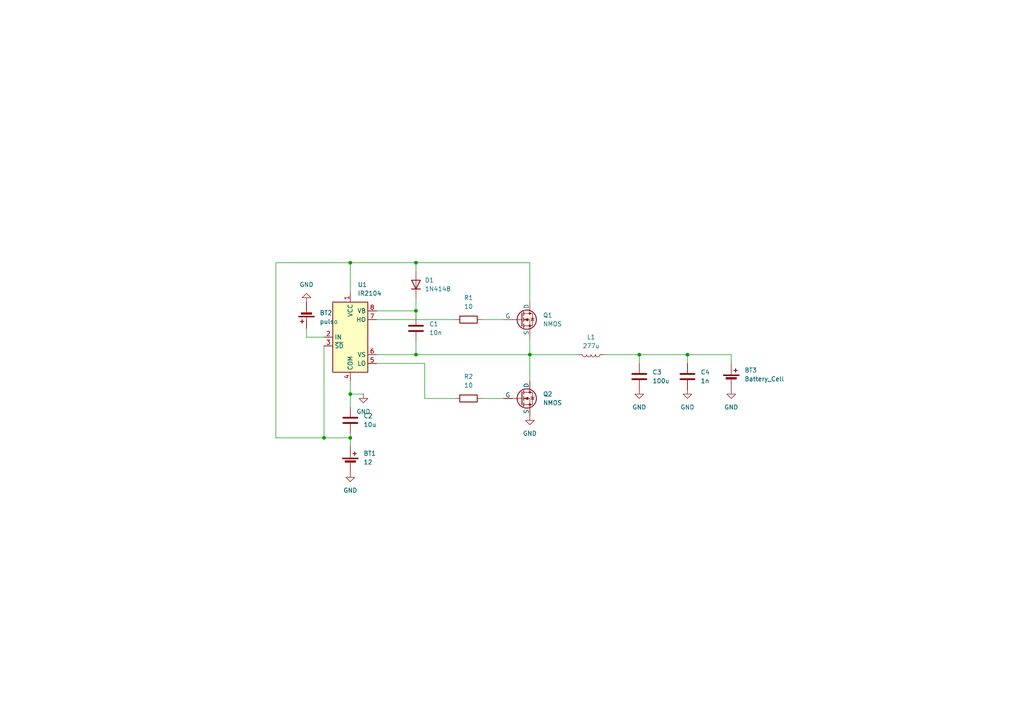
<source format=kicad_sch>
(kicad_sch
	(version 20250114)
	(generator "eeschema")
	(generator_version "9.0")
	(uuid "f87db5ad-ac81-4e1b-abb2-896e6496028a")
	(paper "A4")
	(lib_symbols
		(symbol "Device:Battery_Cell"
			(pin_numbers
				(hide yes)
			)
			(pin_names
				(offset 0)
				(hide yes)
			)
			(exclude_from_sim no)
			(in_bom yes)
			(on_board yes)
			(property "Reference" "BT"
				(at 2.54 2.54 0)
				(effects
					(font
						(size 1.27 1.27)
					)
					(justify left)
				)
			)
			(property "Value" "Battery_Cell"
				(at 2.54 0 0)
				(effects
					(font
						(size 1.27 1.27)
					)
					(justify left)
				)
			)
			(property "Footprint" ""
				(at 0 1.524 90)
				(effects
					(font
						(size 1.27 1.27)
					)
					(hide yes)
				)
			)
			(property "Datasheet" "~"
				(at 0 1.524 90)
				(effects
					(font
						(size 1.27 1.27)
					)
					(hide yes)
				)
			)
			(property "Description" "Single-cell battery"
				(at 0 0 0)
				(effects
					(font
						(size 1.27 1.27)
					)
					(hide yes)
				)
			)
			(property "ki_keywords" "battery cell"
				(at 0 0 0)
				(effects
					(font
						(size 1.27 1.27)
					)
					(hide yes)
				)
			)
			(symbol "Battery_Cell_0_1"
				(rectangle
					(start -2.286 1.778)
					(end 2.286 1.524)
					(stroke
						(width 0)
						(type default)
					)
					(fill
						(type outline)
					)
				)
				(rectangle
					(start -1.524 1.016)
					(end 1.524 0.508)
					(stroke
						(width 0)
						(type default)
					)
					(fill
						(type outline)
					)
				)
				(polyline
					(pts
						(xy 0 1.778) (xy 0 2.54)
					)
					(stroke
						(width 0)
						(type default)
					)
					(fill
						(type none)
					)
				)
				(polyline
					(pts
						(xy 0 0.762) (xy 0 0)
					)
					(stroke
						(width 0)
						(type default)
					)
					(fill
						(type none)
					)
				)
				(polyline
					(pts
						(xy 0.762 3.048) (xy 1.778 3.048)
					)
					(stroke
						(width 0.254)
						(type default)
					)
					(fill
						(type none)
					)
				)
				(polyline
					(pts
						(xy 1.27 3.556) (xy 1.27 2.54)
					)
					(stroke
						(width 0.254)
						(type default)
					)
					(fill
						(type none)
					)
				)
			)
			(symbol "Battery_Cell_1_1"
				(pin passive line
					(at 0 5.08 270)
					(length 2.54)
					(name "+"
						(effects
							(font
								(size 1.27 1.27)
							)
						)
					)
					(number "1"
						(effects
							(font
								(size 1.27 1.27)
							)
						)
					)
				)
				(pin passive line
					(at 0 -2.54 90)
					(length 2.54)
					(name "-"
						(effects
							(font
								(size 1.27 1.27)
							)
						)
					)
					(number "2"
						(effects
							(font
								(size 1.27 1.27)
							)
						)
					)
				)
			)
			(embedded_fonts no)
		)
		(symbol "Device:C"
			(pin_numbers
				(hide yes)
			)
			(pin_names
				(offset 0.254)
			)
			(exclude_from_sim no)
			(in_bom yes)
			(on_board yes)
			(property "Reference" "C"
				(at 0.635 2.54 0)
				(effects
					(font
						(size 1.27 1.27)
					)
					(justify left)
				)
			)
			(property "Value" "C"
				(at 0.635 -2.54 0)
				(effects
					(font
						(size 1.27 1.27)
					)
					(justify left)
				)
			)
			(property "Footprint" ""
				(at 0.9652 -3.81 0)
				(effects
					(font
						(size 1.27 1.27)
					)
					(hide yes)
				)
			)
			(property "Datasheet" "~"
				(at 0 0 0)
				(effects
					(font
						(size 1.27 1.27)
					)
					(hide yes)
				)
			)
			(property "Description" "Unpolarized capacitor"
				(at 0 0 0)
				(effects
					(font
						(size 1.27 1.27)
					)
					(hide yes)
				)
			)
			(property "ki_keywords" "cap capacitor"
				(at 0 0 0)
				(effects
					(font
						(size 1.27 1.27)
					)
					(hide yes)
				)
			)
			(property "ki_fp_filters" "C_*"
				(at 0 0 0)
				(effects
					(font
						(size 1.27 1.27)
					)
					(hide yes)
				)
			)
			(symbol "C_0_1"
				(polyline
					(pts
						(xy -2.032 0.762) (xy 2.032 0.762)
					)
					(stroke
						(width 0.508)
						(type default)
					)
					(fill
						(type none)
					)
				)
				(polyline
					(pts
						(xy -2.032 -0.762) (xy 2.032 -0.762)
					)
					(stroke
						(width 0.508)
						(type default)
					)
					(fill
						(type none)
					)
				)
			)
			(symbol "C_1_1"
				(pin passive line
					(at 0 3.81 270)
					(length 2.794)
					(name "~"
						(effects
							(font
								(size 1.27 1.27)
							)
						)
					)
					(number "1"
						(effects
							(font
								(size 1.27 1.27)
							)
						)
					)
				)
				(pin passive line
					(at 0 -3.81 90)
					(length 2.794)
					(name "~"
						(effects
							(font
								(size 1.27 1.27)
							)
						)
					)
					(number "2"
						(effects
							(font
								(size 1.27 1.27)
							)
						)
					)
				)
			)
			(embedded_fonts no)
		)
		(symbol "Device:L"
			(pin_numbers
				(hide yes)
			)
			(pin_names
				(offset 1.016)
				(hide yes)
			)
			(exclude_from_sim no)
			(in_bom yes)
			(on_board yes)
			(property "Reference" "L"
				(at -1.27 0 90)
				(effects
					(font
						(size 1.27 1.27)
					)
				)
			)
			(property "Value" "L"
				(at 1.905 0 90)
				(effects
					(font
						(size 1.27 1.27)
					)
				)
			)
			(property "Footprint" ""
				(at 0 0 0)
				(effects
					(font
						(size 1.27 1.27)
					)
					(hide yes)
				)
			)
			(property "Datasheet" "~"
				(at 0 0 0)
				(effects
					(font
						(size 1.27 1.27)
					)
					(hide yes)
				)
			)
			(property "Description" "Inductor"
				(at 0 0 0)
				(effects
					(font
						(size 1.27 1.27)
					)
					(hide yes)
				)
			)
			(property "ki_keywords" "inductor choke coil reactor magnetic"
				(at 0 0 0)
				(effects
					(font
						(size 1.27 1.27)
					)
					(hide yes)
				)
			)
			(property "ki_fp_filters" "Choke_* *Coil* Inductor_* L_*"
				(at 0 0 0)
				(effects
					(font
						(size 1.27 1.27)
					)
					(hide yes)
				)
			)
			(symbol "L_0_1"
				(arc
					(start 0 2.54)
					(mid 0.6323 1.905)
					(end 0 1.27)
					(stroke
						(width 0)
						(type default)
					)
					(fill
						(type none)
					)
				)
				(arc
					(start 0 1.27)
					(mid 0.6323 0.635)
					(end 0 0)
					(stroke
						(width 0)
						(type default)
					)
					(fill
						(type none)
					)
				)
				(arc
					(start 0 0)
					(mid 0.6323 -0.635)
					(end 0 -1.27)
					(stroke
						(width 0)
						(type default)
					)
					(fill
						(type none)
					)
				)
				(arc
					(start 0 -1.27)
					(mid 0.6323 -1.905)
					(end 0 -2.54)
					(stroke
						(width 0)
						(type default)
					)
					(fill
						(type none)
					)
				)
			)
			(symbol "L_1_1"
				(pin passive line
					(at 0 3.81 270)
					(length 1.27)
					(name "1"
						(effects
							(font
								(size 1.27 1.27)
							)
						)
					)
					(number "1"
						(effects
							(font
								(size 1.27 1.27)
							)
						)
					)
				)
				(pin passive line
					(at 0 -3.81 90)
					(length 1.27)
					(name "2"
						(effects
							(font
								(size 1.27 1.27)
							)
						)
					)
					(number "2"
						(effects
							(font
								(size 1.27 1.27)
							)
						)
					)
				)
			)
			(embedded_fonts no)
		)
		(symbol "Device:R"
			(pin_numbers
				(hide yes)
			)
			(pin_names
				(offset 0)
			)
			(exclude_from_sim no)
			(in_bom yes)
			(on_board yes)
			(property "Reference" "R"
				(at 2.032 0 90)
				(effects
					(font
						(size 1.27 1.27)
					)
				)
			)
			(property "Value" "R"
				(at 0 0 90)
				(effects
					(font
						(size 1.27 1.27)
					)
				)
			)
			(property "Footprint" ""
				(at -1.778 0 90)
				(effects
					(font
						(size 1.27 1.27)
					)
					(hide yes)
				)
			)
			(property "Datasheet" "~"
				(at 0 0 0)
				(effects
					(font
						(size 1.27 1.27)
					)
					(hide yes)
				)
			)
			(property "Description" "Resistor"
				(at 0 0 0)
				(effects
					(font
						(size 1.27 1.27)
					)
					(hide yes)
				)
			)
			(property "ki_keywords" "R res resistor"
				(at 0 0 0)
				(effects
					(font
						(size 1.27 1.27)
					)
					(hide yes)
				)
			)
			(property "ki_fp_filters" "R_*"
				(at 0 0 0)
				(effects
					(font
						(size 1.27 1.27)
					)
					(hide yes)
				)
			)
			(symbol "R_0_1"
				(rectangle
					(start -1.016 -2.54)
					(end 1.016 2.54)
					(stroke
						(width 0.254)
						(type default)
					)
					(fill
						(type none)
					)
				)
			)
			(symbol "R_1_1"
				(pin passive line
					(at 0 3.81 270)
					(length 1.27)
					(name "~"
						(effects
							(font
								(size 1.27 1.27)
							)
						)
					)
					(number "1"
						(effects
							(font
								(size 1.27 1.27)
							)
						)
					)
				)
				(pin passive line
					(at 0 -3.81 90)
					(length 1.27)
					(name "~"
						(effects
							(font
								(size 1.27 1.27)
							)
						)
					)
					(number "2"
						(effects
							(font
								(size 1.27 1.27)
							)
						)
					)
				)
			)
			(embedded_fonts no)
		)
		(symbol "Diode:1N4148"
			(pin_numbers
				(hide yes)
			)
			(pin_names
				(hide yes)
			)
			(exclude_from_sim no)
			(in_bom yes)
			(on_board yes)
			(property "Reference" "D"
				(at 0 2.54 0)
				(effects
					(font
						(size 1.27 1.27)
					)
				)
			)
			(property "Value" "1N4148"
				(at 0 -2.54 0)
				(effects
					(font
						(size 1.27 1.27)
					)
				)
			)
			(property "Footprint" "Diode_THT:D_DO-35_SOD27_P7.62mm_Horizontal"
				(at 0 0 0)
				(effects
					(font
						(size 1.27 1.27)
					)
					(hide yes)
				)
			)
			(property "Datasheet" "https://assets.nexperia.com/documents/data-sheet/1N4148_1N4448.pdf"
				(at 0 0 0)
				(effects
					(font
						(size 1.27 1.27)
					)
					(hide yes)
				)
			)
			(property "Description" "100V 0.15A standard switching diode, DO-35"
				(at 0 0 0)
				(effects
					(font
						(size 1.27 1.27)
					)
					(hide yes)
				)
			)
			(property "Sim.Device" "D"
				(at 0 0 0)
				(effects
					(font
						(size 1.27 1.27)
					)
					(hide yes)
				)
			)
			(property "Sim.Pins" "1=K 2=A"
				(at 0 0 0)
				(effects
					(font
						(size 1.27 1.27)
					)
					(hide yes)
				)
			)
			(property "ki_keywords" "diode"
				(at 0 0 0)
				(effects
					(font
						(size 1.27 1.27)
					)
					(hide yes)
				)
			)
			(property "ki_fp_filters" "D*DO?35*"
				(at 0 0 0)
				(effects
					(font
						(size 1.27 1.27)
					)
					(hide yes)
				)
			)
			(symbol "1N4148_0_1"
				(polyline
					(pts
						(xy -1.27 1.27) (xy -1.27 -1.27)
					)
					(stroke
						(width 0.254)
						(type default)
					)
					(fill
						(type none)
					)
				)
				(polyline
					(pts
						(xy 1.27 1.27) (xy 1.27 -1.27) (xy -1.27 0) (xy 1.27 1.27)
					)
					(stroke
						(width 0.254)
						(type default)
					)
					(fill
						(type none)
					)
				)
				(polyline
					(pts
						(xy 1.27 0) (xy -1.27 0)
					)
					(stroke
						(width 0)
						(type default)
					)
					(fill
						(type none)
					)
				)
			)
			(symbol "1N4148_1_1"
				(pin passive line
					(at -3.81 0 0)
					(length 2.54)
					(name "K"
						(effects
							(font
								(size 1.27 1.27)
							)
						)
					)
					(number "1"
						(effects
							(font
								(size 1.27 1.27)
							)
						)
					)
				)
				(pin passive line
					(at 3.81 0 180)
					(length 2.54)
					(name "A"
						(effects
							(font
								(size 1.27 1.27)
							)
						)
					)
					(number "2"
						(effects
							(font
								(size 1.27 1.27)
							)
						)
					)
				)
			)
			(embedded_fonts no)
		)
		(symbol "Driver_FET:IR2104"
			(exclude_from_sim no)
			(in_bom yes)
			(on_board yes)
			(property "Reference" "U"
				(at 1.27 13.335 0)
				(effects
					(font
						(size 1.27 1.27)
					)
					(justify left)
				)
			)
			(property "Value" "IR2104"
				(at 1.27 11.43 0)
				(effects
					(font
						(size 1.27 1.27)
					)
					(justify left)
				)
			)
			(property "Footprint" ""
				(at 0 0 0)
				(effects
					(font
						(size 1.27 1.27)
						(italic yes)
					)
					(hide yes)
				)
			)
			(property "Datasheet" "https://www.infineon.com/dgdl/ir2104.pdf?fileId=5546d462533600a4015355c7c1c31671"
				(at 0 0 0)
				(effects
					(font
						(size 1.27 1.27)
					)
					(hide yes)
				)
			)
			(property "Description" "Half-Bridge Driver, 600V, 210/360mA, PDIP-8/SOIC-8"
				(at 0 0 0)
				(effects
					(font
						(size 1.27 1.27)
					)
					(hide yes)
				)
			)
			(property "ki_keywords" "Gate Driver"
				(at 0 0 0)
				(effects
					(font
						(size 1.27 1.27)
					)
					(hide yes)
				)
			)
			(property "ki_fp_filters" "SOIC*3.9x4.9mm*P1.27mm* DIP*W7.62mm*"
				(at 0 0 0)
				(effects
					(font
						(size 1.27 1.27)
					)
					(hide yes)
				)
			)
			(symbol "IR2104_0_1"
				(rectangle
					(start -5.08 -10.16)
					(end 5.08 10.16)
					(stroke
						(width 0.254)
						(type default)
					)
					(fill
						(type background)
					)
				)
			)
			(symbol "IR2104_1_1"
				(pin input line
					(at -7.62 0 0)
					(length 2.54)
					(name "IN"
						(effects
							(font
								(size 1.27 1.27)
							)
						)
					)
					(number "2"
						(effects
							(font
								(size 1.27 1.27)
							)
						)
					)
				)
				(pin input line
					(at -7.62 -2.54 0)
					(length 2.54)
					(name "~{SD}"
						(effects
							(font
								(size 1.27 1.27)
							)
						)
					)
					(number "3"
						(effects
							(font
								(size 1.27 1.27)
							)
						)
					)
				)
				(pin power_in line
					(at 0 12.7 270)
					(length 2.54)
					(name "VCC"
						(effects
							(font
								(size 1.27 1.27)
							)
						)
					)
					(number "1"
						(effects
							(font
								(size 1.27 1.27)
							)
						)
					)
				)
				(pin power_in line
					(at 0 -12.7 90)
					(length 2.54)
					(name "COM"
						(effects
							(font
								(size 1.27 1.27)
							)
						)
					)
					(number "4"
						(effects
							(font
								(size 1.27 1.27)
							)
						)
					)
				)
				(pin passive line
					(at 7.62 7.62 180)
					(length 2.54)
					(name "VB"
						(effects
							(font
								(size 1.27 1.27)
							)
						)
					)
					(number "8"
						(effects
							(font
								(size 1.27 1.27)
							)
						)
					)
				)
				(pin output line
					(at 7.62 5.08 180)
					(length 2.54)
					(name "HO"
						(effects
							(font
								(size 1.27 1.27)
							)
						)
					)
					(number "7"
						(effects
							(font
								(size 1.27 1.27)
							)
						)
					)
				)
				(pin passive line
					(at 7.62 -5.08 180)
					(length 2.54)
					(name "VS"
						(effects
							(font
								(size 1.27 1.27)
							)
						)
					)
					(number "6"
						(effects
							(font
								(size 1.27 1.27)
							)
						)
					)
				)
				(pin output line
					(at 7.62 -7.62 180)
					(length 2.54)
					(name "LO"
						(effects
							(font
								(size 1.27 1.27)
							)
						)
					)
					(number "5"
						(effects
							(font
								(size 1.27 1.27)
							)
						)
					)
				)
			)
			(embedded_fonts no)
		)
		(symbol "Simulation_SPICE:NMOS"
			(pin_numbers
				(hide yes)
			)
			(pin_names
				(offset 0)
			)
			(exclude_from_sim no)
			(in_bom yes)
			(on_board yes)
			(property "Reference" "Q"
				(at 5.08 1.27 0)
				(effects
					(font
						(size 1.27 1.27)
					)
					(justify left)
				)
			)
			(property "Value" "NMOS"
				(at 5.08 -1.27 0)
				(effects
					(font
						(size 1.27 1.27)
					)
					(justify left)
				)
			)
			(property "Footprint" ""
				(at 5.08 2.54 0)
				(effects
					(font
						(size 1.27 1.27)
					)
					(hide yes)
				)
			)
			(property "Datasheet" "https://ngspice.sourceforge.io/docs/ngspice-html-manual/manual.xhtml#cha_MOSFETs"
				(at 0 -12.7 0)
				(effects
					(font
						(size 1.27 1.27)
					)
					(hide yes)
				)
			)
			(property "Description" "N-MOSFET transistor, drain/source/gate"
				(at 0 0 0)
				(effects
					(font
						(size 1.27 1.27)
					)
					(hide yes)
				)
			)
			(property "Sim.Device" "NMOS"
				(at 0 -17.145 0)
				(effects
					(font
						(size 1.27 1.27)
					)
					(hide yes)
				)
			)
			(property "Sim.Type" "VDMOS"
				(at 0 -19.05 0)
				(effects
					(font
						(size 1.27 1.27)
					)
					(hide yes)
				)
			)
			(property "Sim.Pins" "1=D 2=G 3=S"
				(at 0 -15.24 0)
				(effects
					(font
						(size 1.27 1.27)
					)
					(hide yes)
				)
			)
			(property "ki_keywords" "transistor NMOS N-MOS N-MOSFET simulation"
				(at 0 0 0)
				(effects
					(font
						(size 1.27 1.27)
					)
					(hide yes)
				)
			)
			(symbol "NMOS_0_1"
				(polyline
					(pts
						(xy 0.254 1.905) (xy 0.254 -1.905)
					)
					(stroke
						(width 0.254)
						(type default)
					)
					(fill
						(type none)
					)
				)
				(polyline
					(pts
						(xy 0.254 0) (xy -2.54 0)
					)
					(stroke
						(width 0)
						(type default)
					)
					(fill
						(type none)
					)
				)
				(polyline
					(pts
						(xy 0.762 2.286) (xy 0.762 1.27)
					)
					(stroke
						(width 0.254)
						(type default)
					)
					(fill
						(type none)
					)
				)
				(polyline
					(pts
						(xy 0.762 0.508) (xy 0.762 -0.508)
					)
					(stroke
						(width 0.254)
						(type default)
					)
					(fill
						(type none)
					)
				)
				(polyline
					(pts
						(xy 0.762 -1.27) (xy 0.762 -2.286)
					)
					(stroke
						(width 0.254)
						(type default)
					)
					(fill
						(type none)
					)
				)
				(polyline
					(pts
						(xy 0.762 -1.778) (xy 3.302 -1.778) (xy 3.302 1.778) (xy 0.762 1.778)
					)
					(stroke
						(width 0)
						(type default)
					)
					(fill
						(type none)
					)
				)
				(polyline
					(pts
						(xy 1.016 0) (xy 2.032 0.381) (xy 2.032 -0.381) (xy 1.016 0)
					)
					(stroke
						(width 0)
						(type default)
					)
					(fill
						(type outline)
					)
				)
				(circle
					(center 1.651 0)
					(radius 2.794)
					(stroke
						(width 0.254)
						(type default)
					)
					(fill
						(type none)
					)
				)
				(polyline
					(pts
						(xy 2.54 2.54) (xy 2.54 1.778)
					)
					(stroke
						(width 0)
						(type default)
					)
					(fill
						(type none)
					)
				)
				(circle
					(center 2.54 1.778)
					(radius 0.254)
					(stroke
						(width 0)
						(type default)
					)
					(fill
						(type outline)
					)
				)
				(circle
					(center 2.54 -1.778)
					(radius 0.254)
					(stroke
						(width 0)
						(type default)
					)
					(fill
						(type outline)
					)
				)
				(polyline
					(pts
						(xy 2.54 -2.54) (xy 2.54 0) (xy 0.762 0)
					)
					(stroke
						(width 0)
						(type default)
					)
					(fill
						(type none)
					)
				)
				(polyline
					(pts
						(xy 2.794 0.508) (xy 2.921 0.381) (xy 3.683 0.381) (xy 3.81 0.254)
					)
					(stroke
						(width 0)
						(type default)
					)
					(fill
						(type none)
					)
				)
				(polyline
					(pts
						(xy 3.302 0.381) (xy 2.921 -0.254) (xy 3.683 -0.254) (xy 3.302 0.381)
					)
					(stroke
						(width 0)
						(type default)
					)
					(fill
						(type none)
					)
				)
			)
			(symbol "NMOS_1_1"
				(pin input line
					(at -5.08 0 0)
					(length 2.54)
					(name "G"
						(effects
							(font
								(size 1.27 1.27)
							)
						)
					)
					(number "2"
						(effects
							(font
								(size 1.27 1.27)
							)
						)
					)
				)
				(pin passive line
					(at 2.54 5.08 270)
					(length 2.54)
					(name "D"
						(effects
							(font
								(size 1.27 1.27)
							)
						)
					)
					(number "1"
						(effects
							(font
								(size 1.27 1.27)
							)
						)
					)
				)
				(pin passive line
					(at 2.54 -5.08 90)
					(length 2.54)
					(name "S"
						(effects
							(font
								(size 1.27 1.27)
							)
						)
					)
					(number "3"
						(effects
							(font
								(size 1.27 1.27)
							)
						)
					)
				)
			)
			(embedded_fonts no)
		)
		(symbol "power:GND"
			(power)
			(pin_numbers
				(hide yes)
			)
			(pin_names
				(offset 0)
				(hide yes)
			)
			(exclude_from_sim no)
			(in_bom yes)
			(on_board yes)
			(property "Reference" "#PWR"
				(at 0 -6.35 0)
				(effects
					(font
						(size 1.27 1.27)
					)
					(hide yes)
				)
			)
			(property "Value" "GND"
				(at 0 -3.81 0)
				(effects
					(font
						(size 1.27 1.27)
					)
				)
			)
			(property "Footprint" ""
				(at 0 0 0)
				(effects
					(font
						(size 1.27 1.27)
					)
					(hide yes)
				)
			)
			(property "Datasheet" ""
				(at 0 0 0)
				(effects
					(font
						(size 1.27 1.27)
					)
					(hide yes)
				)
			)
			(property "Description" "Power symbol creates a global label with name \"GND\" , ground"
				(at 0 0 0)
				(effects
					(font
						(size 1.27 1.27)
					)
					(hide yes)
				)
			)
			(property "ki_keywords" "global power"
				(at 0 0 0)
				(effects
					(font
						(size 1.27 1.27)
					)
					(hide yes)
				)
			)
			(symbol "GND_0_1"
				(polyline
					(pts
						(xy 0 0) (xy 0 -1.27) (xy 1.27 -1.27) (xy 0 -2.54) (xy -1.27 -1.27) (xy 0 -1.27)
					)
					(stroke
						(width 0)
						(type default)
					)
					(fill
						(type none)
					)
				)
			)
			(symbol "GND_1_1"
				(pin power_in line
					(at 0 0 270)
					(length 0)
					(name "~"
						(effects
							(font
								(size 1.27 1.27)
							)
						)
					)
					(number "1"
						(effects
							(font
								(size 1.27 1.27)
							)
						)
					)
				)
			)
			(embedded_fonts no)
		)
	)
	(junction
		(at 199.39 102.87)
		(diameter 0)
		(color 0 0 0 0)
		(uuid "62a2a18e-0661-4ee9-9362-6e96d6cb515c")
	)
	(junction
		(at 101.6 127)
		(diameter 0)
		(color 0 0 0 0)
		(uuid "78b8c315-e1aa-4e14-a16c-ed8a762a8772")
	)
	(junction
		(at 120.65 90.17)
		(diameter 0)
		(color 0 0 0 0)
		(uuid "7b96dd29-b4e7-439e-a072-9b27592d3590")
	)
	(junction
		(at 101.6 114.3)
		(diameter 0)
		(color 0 0 0 0)
		(uuid "83f344ea-0545-432b-83de-a7a93df1e207")
	)
	(junction
		(at 93.98 127)
		(diameter 0)
		(color 0 0 0 0)
		(uuid "8b07437d-5589-433e-8820-9b36181fbc34")
	)
	(junction
		(at 120.65 102.87)
		(diameter 0)
		(color 0 0 0 0)
		(uuid "93af110a-7407-4cc6-9664-443f6dd10b64")
	)
	(junction
		(at 120.65 76.2)
		(diameter 0)
		(color 0 0 0 0)
		(uuid "94a0049b-bda0-408a-9179-730f26947880")
	)
	(junction
		(at 153.67 102.87)
		(diameter 0)
		(color 0 0 0 0)
		(uuid "bb5f8131-970a-49bd-8478-fdebbc3bfb39")
	)
	(junction
		(at 185.42 102.87)
		(diameter 0)
		(color 0 0 0 0)
		(uuid "d06a3d29-0080-4baa-9f59-17047a100565")
	)
	(junction
		(at 101.6 76.2)
		(diameter 0)
		(color 0 0 0 0)
		(uuid "d38bf0bc-7f0c-4f3c-ae81-4ea1889d04b0")
	)
	(wire
		(pts
			(xy 101.6 110.49) (xy 101.6 114.3)
		)
		(stroke
			(width 0)
			(type default)
		)
		(uuid "04986154-8908-49a2-ac52-a709c8e8d9fc")
	)
	(wire
		(pts
			(xy 101.6 129.54) (xy 101.6 127)
		)
		(stroke
			(width 0)
			(type default)
		)
		(uuid "0944f9d6-0b8c-4ef4-a007-57c8db68b706")
	)
	(wire
		(pts
			(xy 185.42 102.87) (xy 185.42 105.41)
		)
		(stroke
			(width 0)
			(type default)
		)
		(uuid "0ac20853-8bfe-4a26-bb22-cedc6c59fe35")
	)
	(wire
		(pts
			(xy 185.42 102.87) (xy 199.39 102.87)
		)
		(stroke
			(width 0)
			(type default)
		)
		(uuid "0eb7492a-7168-4ef0-8cc6-60ee16369e55")
	)
	(wire
		(pts
			(xy 109.22 92.71) (xy 132.08 92.71)
		)
		(stroke
			(width 0)
			(type default)
		)
		(uuid "11a3a0ec-22ea-4421-9b3e-2acbe9983d18")
	)
	(wire
		(pts
			(xy 153.67 102.87) (xy 153.67 110.49)
		)
		(stroke
			(width 0)
			(type default)
		)
		(uuid "24c26630-315c-47cc-9ead-42b2ec9174b7")
	)
	(wire
		(pts
			(xy 153.67 97.79) (xy 153.67 102.87)
		)
		(stroke
			(width 0)
			(type default)
		)
		(uuid "321549fb-8d41-4800-b0dc-bc3121eb7147")
	)
	(wire
		(pts
			(xy 120.65 90.17) (xy 120.65 91.44)
		)
		(stroke
			(width 0)
			(type default)
		)
		(uuid "378f58a2-25ce-48e3-9dff-e5f09fa4f7a0")
	)
	(wire
		(pts
			(xy 153.67 102.87) (xy 167.64 102.87)
		)
		(stroke
			(width 0)
			(type default)
		)
		(uuid "514dfd23-a36a-424e-93d8-367797496454")
	)
	(wire
		(pts
			(xy 101.6 114.3) (xy 105.41 114.3)
		)
		(stroke
			(width 0)
			(type default)
		)
		(uuid "5734c515-5213-4168-9e1b-21f8ee406892")
	)
	(wire
		(pts
			(xy 93.98 127) (xy 80.01 127)
		)
		(stroke
			(width 0)
			(type default)
		)
		(uuid "5cb15391-24c9-428f-a29c-9fcab6814a30")
	)
	(wire
		(pts
			(xy 101.6 76.2) (xy 120.65 76.2)
		)
		(stroke
			(width 0)
			(type default)
		)
		(uuid "5d54cf1d-4a63-4f2a-a5ef-2b02174d1a43")
	)
	(wire
		(pts
			(xy 120.65 99.06) (xy 120.65 102.87)
		)
		(stroke
			(width 0)
			(type default)
		)
		(uuid "626a70dc-beb3-4e9f-9b9a-1ec992ec812a")
	)
	(wire
		(pts
			(xy 123.19 115.57) (xy 132.08 115.57)
		)
		(stroke
			(width 0)
			(type default)
		)
		(uuid "6f291d2e-58f0-45b9-8b1a-4b56c350967f")
	)
	(wire
		(pts
			(xy 101.6 127) (xy 93.98 127)
		)
		(stroke
			(width 0)
			(type default)
		)
		(uuid "77819cfe-2e0f-4c3e-8d95-d35e2609cc29")
	)
	(wire
		(pts
			(xy 101.6 76.2) (xy 101.6 85.09)
		)
		(stroke
			(width 0)
			(type default)
		)
		(uuid "7b2d0bef-e946-4cee-b5b0-059dd3b9317d")
	)
	(wire
		(pts
			(xy 120.65 102.87) (xy 153.67 102.87)
		)
		(stroke
			(width 0)
			(type default)
		)
		(uuid "7fdd9957-dd68-4b62-b213-78ce833474cd")
	)
	(wire
		(pts
			(xy 199.39 102.87) (xy 199.39 105.41)
		)
		(stroke
			(width 0)
			(type default)
		)
		(uuid "80a3d55f-2ac8-45ae-b27d-ac7e87bcb17e")
	)
	(wire
		(pts
			(xy 109.22 105.41) (xy 123.19 105.41)
		)
		(stroke
			(width 0)
			(type default)
		)
		(uuid "84c8dbd8-5722-4b74-9480-b077c5cffa16")
	)
	(wire
		(pts
			(xy 120.65 86.36) (xy 120.65 90.17)
		)
		(stroke
			(width 0)
			(type default)
		)
		(uuid "8928faa1-53b4-4371-a4f6-facd192d2fe9")
	)
	(wire
		(pts
			(xy 120.65 76.2) (xy 153.67 76.2)
		)
		(stroke
			(width 0)
			(type default)
		)
		(uuid "8e015156-0d95-42e9-9109-1b550e9bf568")
	)
	(wire
		(pts
			(xy 80.01 76.2) (xy 101.6 76.2)
		)
		(stroke
			(width 0)
			(type default)
		)
		(uuid "8fb62718-78c0-499d-ab67-7081748a4195")
	)
	(wire
		(pts
			(xy 212.09 102.87) (xy 212.09 105.41)
		)
		(stroke
			(width 0)
			(type default)
		)
		(uuid "9091b02e-a2d2-4a7a-b2f3-8cce3290dee4")
	)
	(wire
		(pts
			(xy 101.6 114.3) (xy 101.6 118.11)
		)
		(stroke
			(width 0)
			(type default)
		)
		(uuid "92246947-f466-4b4d-90ef-4b8dccae9e28")
	)
	(wire
		(pts
			(xy 120.65 102.87) (xy 109.22 102.87)
		)
		(stroke
			(width 0)
			(type default)
		)
		(uuid "9552ff06-7825-42b6-9153-651a1057ea5d")
	)
	(wire
		(pts
			(xy 88.9 95.25) (xy 88.9 97.79)
		)
		(stroke
			(width 0)
			(type default)
		)
		(uuid "9578393e-6bc6-4109-81bf-3502277b310e")
	)
	(wire
		(pts
			(xy 175.26 102.87) (xy 185.42 102.87)
		)
		(stroke
			(width 0)
			(type default)
		)
		(uuid "a749b2c3-9b59-4151-898c-82cd1749dc0b")
	)
	(wire
		(pts
			(xy 80.01 127) (xy 80.01 76.2)
		)
		(stroke
			(width 0)
			(type default)
		)
		(uuid "a8c24876-5998-4b5b-ae19-47dee726ff8f")
	)
	(wire
		(pts
			(xy 199.39 102.87) (xy 212.09 102.87)
		)
		(stroke
			(width 0)
			(type default)
		)
		(uuid "aa227839-977d-426b-9a80-306074b21ffa")
	)
	(wire
		(pts
			(xy 120.65 76.2) (xy 120.65 78.74)
		)
		(stroke
			(width 0)
			(type default)
		)
		(uuid "ab882dec-710e-4078-ab07-0361817caaa2")
	)
	(wire
		(pts
			(xy 123.19 105.41) (xy 123.19 115.57)
		)
		(stroke
			(width 0)
			(type default)
		)
		(uuid "bbeece37-244b-4d84-8fff-04aaf055ddfe")
	)
	(wire
		(pts
			(xy 139.7 92.71) (xy 146.05 92.71)
		)
		(stroke
			(width 0)
			(type default)
		)
		(uuid "bc41fa95-5435-4a5e-9d0a-ab8942ba4b8f")
	)
	(wire
		(pts
			(xy 93.98 100.33) (xy 93.98 127)
		)
		(stroke
			(width 0)
			(type default)
		)
		(uuid "c10433d4-c2a3-4958-a9a1-4b4f67acd957")
	)
	(wire
		(pts
			(xy 139.7 115.57) (xy 146.05 115.57)
		)
		(stroke
			(width 0)
			(type default)
		)
		(uuid "d90c74f4-3252-4b8f-bf38-e42f8d7727dc")
	)
	(wire
		(pts
			(xy 109.22 90.17) (xy 120.65 90.17)
		)
		(stroke
			(width 0)
			(type default)
		)
		(uuid "f430e78e-1a67-43e6-8ed0-0746d319c949")
	)
	(wire
		(pts
			(xy 153.67 76.2) (xy 153.67 87.63)
		)
		(stroke
			(width 0)
			(type default)
		)
		(uuid "f6ddc08e-c8b6-4083-8dea-0b65506e647d")
	)
	(wire
		(pts
			(xy 93.98 97.79) (xy 88.9 97.79)
		)
		(stroke
			(width 0)
			(type default)
		)
		(uuid "f91bf885-48c3-430e-bb35-eab59f6352f2")
	)
	(wire
		(pts
			(xy 101.6 127) (xy 101.6 125.73)
		)
		(stroke
			(width 0)
			(type default)
		)
		(uuid "fefd3a7a-ca40-4a04-9996-6212116f15a6")
	)
	(symbol
		(lib_id "Device:C")
		(at 185.42 109.22 0)
		(unit 1)
		(exclude_from_sim no)
		(in_bom yes)
		(on_board yes)
		(dnp no)
		(fields_autoplaced yes)
		(uuid "0151009c-c108-42cb-b8ef-4a1466663838")
		(property "Reference" "C3"
			(at 189.23 107.9499 0)
			(effects
				(font
					(size 1.27 1.27)
				)
				(justify left)
			)
		)
		(property "Value" "100u"
			(at 189.23 110.4899 0)
			(effects
				(font
					(size 1.27 1.27)
				)
				(justify left)
			)
		)
		(property "Footprint" "Capacitor_THT:C_Disc_D4.3mm_W1.9mm_P5.00mm"
			(at 186.3852 113.03 0)
			(effects
				(font
					(size 1.27 1.27)
				)
				(hide yes)
			)
		)
		(property "Datasheet" "~"
			(at 185.42 109.22 0)
			(effects
				(font
					(size 1.27 1.27)
				)
				(hide yes)
			)
		)
		(property "Description" "Unpolarized capacitor"
			(at 185.42 109.22 0)
			(effects
				(font
					(size 1.27 1.27)
				)
				(hide yes)
			)
		)
		(pin "1"
			(uuid "bb6cbc93-924c-4f27-9f80-c0f2622f8f9d")
		)
		(pin "2"
			(uuid "3eb73e9d-09e3-44c4-9be9-6afa9ba8b1a4")
		)
		(instances
			(project ""
				(path "/f87db5ad-ac81-4e1b-abb2-896e6496028a"
					(reference "C3")
					(unit 1)
				)
			)
		)
	)
	(symbol
		(lib_id "Device:R")
		(at 135.89 115.57 90)
		(unit 1)
		(exclude_from_sim no)
		(in_bom yes)
		(on_board yes)
		(dnp no)
		(fields_autoplaced yes)
		(uuid "12bc4247-40fd-40ff-88b1-c097d3380543")
		(property "Reference" "R2"
			(at 135.89 109.22 90)
			(effects
				(font
					(size 1.27 1.27)
				)
			)
		)
		(property "Value" "10"
			(at 135.89 111.76 90)
			(effects
				(font
					(size 1.27 1.27)
				)
			)
		)
		(property "Footprint" "Resistor_THT:R_Axial_DIN0207_L6.3mm_D2.5mm_P7.62mm_Horizontal"
			(at 135.89 117.348 90)
			(effects
				(font
					(size 1.27 1.27)
				)
				(hide yes)
			)
		)
		(property "Datasheet" "~"
			(at 135.89 115.57 0)
			(effects
				(font
					(size 1.27 1.27)
				)
				(hide yes)
			)
		)
		(property "Description" "Resistor"
			(at 135.89 115.57 0)
			(effects
				(font
					(size 1.27 1.27)
				)
				(hide yes)
			)
		)
		(pin "1"
			(uuid "6f27241f-d82e-4354-9bfd-ac37a91998c7")
		)
		(pin "2"
			(uuid "02ab5f74-b812-4546-8811-0ff33f6bb7aa")
		)
		(instances
			(project ""
				(path "/f87db5ad-ac81-4e1b-abb2-896e6496028a"
					(reference "R2")
					(unit 1)
				)
			)
		)
	)
	(symbol
		(lib_id "Driver_FET:IR2104")
		(at 101.6 97.79 0)
		(unit 1)
		(exclude_from_sim no)
		(in_bom yes)
		(on_board yes)
		(dnp no)
		(fields_autoplaced yes)
		(uuid "21279e08-a7de-4f36-99bd-442a4eeab001")
		(property "Reference" "U1"
			(at 103.7433 82.55 0)
			(effects
				(font
					(size 1.27 1.27)
				)
				(justify left)
			)
		)
		(property "Value" "IR2104"
			(at 103.7433 85.09 0)
			(effects
				(font
					(size 1.27 1.27)
				)
				(justify left)
			)
		)
		(property "Footprint" "Package_DIP:DIP-8_W7.62mm"
			(at 101.6 97.79 0)
			(effects
				(font
					(size 1.27 1.27)
					(italic yes)
				)
				(hide yes)
			)
		)
		(property "Datasheet" "https://www.infineon.com/dgdl/ir2104.pdf?fileId=5546d462533600a4015355c7c1c31671"
			(at 101.6 97.79 0)
			(effects
				(font
					(size 1.27 1.27)
				)
				(hide yes)
			)
		)
		(property "Description" "Half-Bridge Driver, 600V, 210/360mA, PDIP-8/SOIC-8"
			(at 101.6 97.79 0)
			(effects
				(font
					(size 1.27 1.27)
				)
				(hide yes)
			)
		)
		(pin "2"
			(uuid "2d4afbd7-6aa6-49af-9122-528ada9ef953")
		)
		(pin "3"
			(uuid "38a277ba-954a-48a1-b749-411f9e7ed294")
		)
		(pin "1"
			(uuid "0018076e-93be-4a8c-88d1-0f773c67c982")
		)
		(pin "4"
			(uuid "48940be8-2f31-4fc4-9b83-7d3a8edf5228")
		)
		(pin "8"
			(uuid "9f174bc8-a972-416c-ac71-120120f295fa")
		)
		(pin "7"
			(uuid "35ab9b59-f6fb-4411-a5b6-c1c49c1ccc78")
		)
		(pin "5"
			(uuid "21388a6e-ba40-488a-a724-dda772fe0bf8")
		)
		(pin "6"
			(uuid "48b4b581-2e2d-4b64-b1d5-f8d287b8d7b9")
		)
		(instances
			(project ""
				(path "/f87db5ad-ac81-4e1b-abb2-896e6496028a"
					(reference "U1")
					(unit 1)
				)
			)
		)
	)
	(symbol
		(lib_id "Device:Battery_Cell")
		(at 88.9 90.17 180)
		(unit 1)
		(exclude_from_sim no)
		(in_bom yes)
		(on_board yes)
		(dnp no)
		(fields_autoplaced yes)
		(uuid "32dee8a9-41b6-43fe-ab5c-ef80eff80985")
		(property "Reference" "BT2"
			(at 92.71 90.7414 0)
			(effects
				(font
					(size 1.27 1.27)
				)
				(justify right)
			)
		)
		(property "Value" "pulso"
			(at 92.71 93.2814 0)
			(effects
				(font
					(size 1.27 1.27)
				)
				(justify right)
			)
		)
		(property "Footprint" "TerminalBlock:TerminalBlock_bornier-2_P5.08mm"
			(at 88.9 91.694 90)
			(effects
				(font
					(size 1.27 1.27)
				)
				(hide yes)
			)
		)
		(property "Datasheet" "~"
			(at 88.9 91.694 90)
			(effects
				(font
					(size 1.27 1.27)
				)
				(hide yes)
			)
		)
		(property "Description" "Single-cell battery"
			(at 88.9 90.17 0)
			(effects
				(font
					(size 1.27 1.27)
				)
				(hide yes)
			)
		)
		(pin "1"
			(uuid "02d9b7e1-0d7a-4f8b-9f17-e434f47c1b12")
		)
		(pin "2"
			(uuid "54239b26-abee-4e07-aa96-54dfb4428d24")
		)
		(instances
			(project ""
				(path "/f87db5ad-ac81-4e1b-abb2-896e6496028a"
					(reference "BT2")
					(unit 1)
				)
			)
		)
	)
	(symbol
		(lib_id "power:GND")
		(at 153.67 120.65 0)
		(unit 1)
		(exclude_from_sim no)
		(in_bom yes)
		(on_board yes)
		(dnp no)
		(fields_autoplaced yes)
		(uuid "3b3b0215-6d45-4904-a6c1-6c421c64538a")
		(property "Reference" "#PWR07"
			(at 153.67 127 0)
			(effects
				(font
					(size 1.27 1.27)
				)
				(hide yes)
			)
		)
		(property "Value" "GND"
			(at 153.67 125.73 0)
			(effects
				(font
					(size 1.27 1.27)
				)
			)
		)
		(property "Footprint" ""
			(at 153.67 120.65 0)
			(effects
				(font
					(size 1.27 1.27)
				)
				(hide yes)
			)
		)
		(property "Datasheet" ""
			(at 153.67 120.65 0)
			(effects
				(font
					(size 1.27 1.27)
				)
				(hide yes)
			)
		)
		(property "Description" "Power symbol creates a global label with name \"GND\" , ground"
			(at 153.67 120.65 0)
			(effects
				(font
					(size 1.27 1.27)
				)
				(hide yes)
			)
		)
		(pin "1"
			(uuid "42f9308c-bfa6-4580-af53-1dae07e4ec2e")
		)
		(instances
			(project ""
				(path "/f87db5ad-ac81-4e1b-abb2-896e6496028a"
					(reference "#PWR07")
					(unit 1)
				)
			)
		)
	)
	(symbol
		(lib_id "Device:C")
		(at 120.65 95.25 0)
		(unit 1)
		(exclude_from_sim no)
		(in_bom yes)
		(on_board yes)
		(dnp no)
		(fields_autoplaced yes)
		(uuid "465b1ae1-6367-4693-8019-76d521731f64")
		(property "Reference" "C1"
			(at 124.46 93.9799 0)
			(effects
				(font
					(size 1.27 1.27)
				)
				(justify left)
			)
		)
		(property "Value" "10n"
			(at 124.46 96.5199 0)
			(effects
				(font
					(size 1.27 1.27)
				)
				(justify left)
			)
		)
		(property "Footprint" "Capacitor_THT:C_Disc_D4.3mm_W1.9mm_P5.00mm"
			(at 121.6152 99.06 0)
			(effects
				(font
					(size 1.27 1.27)
				)
				(hide yes)
			)
		)
		(property "Datasheet" "~"
			(at 120.65 95.25 0)
			(effects
				(font
					(size 1.27 1.27)
				)
				(hide yes)
			)
		)
		(property "Description" "Unpolarized capacitor"
			(at 120.65 95.25 0)
			(effects
				(font
					(size 1.27 1.27)
				)
				(hide yes)
			)
		)
		(pin "1"
			(uuid "18ecc598-c932-414a-ac6e-6634f31529b0")
		)
		(pin "2"
			(uuid "be756b66-db39-4ef9-9764-65883a48ddc8")
		)
		(instances
			(project ""
				(path "/f87db5ad-ac81-4e1b-abb2-896e6496028a"
					(reference "C1")
					(unit 1)
				)
			)
		)
	)
	(symbol
		(lib_id "Simulation_SPICE:NMOS")
		(at 151.13 92.71 0)
		(unit 1)
		(exclude_from_sim no)
		(in_bom yes)
		(on_board yes)
		(dnp no)
		(fields_autoplaced yes)
		(uuid "4bcd2f6c-a4a6-4c59-b5e1-090e5e8a242d")
		(property "Reference" "Q1"
			(at 157.48 91.4399 0)
			(effects
				(font
					(size 1.27 1.27)
				)
				(justify left)
			)
		)
		(property "Value" "NMOS"
			(at 157.48 93.9799 0)
			(effects
				(font
					(size 1.27 1.27)
				)
				(justify left)
			)
		)
		(property "Footprint" "Package_TO_SOT_THT:TO-126-3_Vertical"
			(at 156.21 90.17 0)
			(effects
				(font
					(size 1.27 1.27)
				)
				(hide yes)
			)
		)
		(property "Datasheet" "https://ngspice.sourceforge.io/docs/ngspice-html-manual/manual.xhtml#cha_MOSFETs"
			(at 151.13 105.41 0)
			(effects
				(font
					(size 1.27 1.27)
				)
				(hide yes)
			)
		)
		(property "Description" "N-MOSFET transistor, drain/source/gate"
			(at 151.13 92.71 0)
			(effects
				(font
					(size 1.27 1.27)
				)
				(hide yes)
			)
		)
		(property "Sim.Device" "NMOS"
			(at 151.13 109.855 0)
			(effects
				(font
					(size 1.27 1.27)
				)
				(hide yes)
			)
		)
		(property "Sim.Type" "VDMOS"
			(at 151.13 111.76 0)
			(effects
				(font
					(size 1.27 1.27)
				)
				(hide yes)
			)
		)
		(property "Sim.Pins" "1=D 2=G 3=S"
			(at 151.13 107.95 0)
			(effects
				(font
					(size 1.27 1.27)
				)
				(hide yes)
			)
		)
		(pin "3"
			(uuid "a283d731-d23f-4617-9e82-794631d5b754")
		)
		(pin "1"
			(uuid "4b417362-155f-4767-a82c-98b7bcd87f81")
		)
		(pin "2"
			(uuid "6a70a224-428d-4066-8a30-e0a5a793b530")
		)
		(instances
			(project ""
				(path "/f87db5ad-ac81-4e1b-abb2-896e6496028a"
					(reference "Q1")
					(unit 1)
				)
			)
		)
	)
	(symbol
		(lib_id "Diode:1N4148")
		(at 120.65 82.55 90)
		(unit 1)
		(exclude_from_sim no)
		(in_bom yes)
		(on_board yes)
		(dnp no)
		(fields_autoplaced yes)
		(uuid "55c07645-3096-4b82-bdd0-d66568083e9a")
		(property "Reference" "D1"
			(at 123.19 81.2799 90)
			(effects
				(font
					(size 1.27 1.27)
				)
				(justify right)
			)
		)
		(property "Value" "1N4148"
			(at 123.19 83.8199 90)
			(effects
				(font
					(size 1.27 1.27)
				)
				(justify right)
			)
		)
		(property "Footprint" "Diode_THT:D_DO-35_SOD27_P7.62mm_Horizontal"
			(at 120.65 82.55 0)
			(effects
				(font
					(size 1.27 1.27)
				)
				(hide yes)
			)
		)
		(property "Datasheet" "https://assets.nexperia.com/documents/data-sheet/1N4148_1N4448.pdf"
			(at 120.65 82.55 0)
			(effects
				(font
					(size 1.27 1.27)
				)
				(hide yes)
			)
		)
		(property "Description" "100V 0.15A standard switching diode, DO-35"
			(at 120.65 82.55 0)
			(effects
				(font
					(size 1.27 1.27)
				)
				(hide yes)
			)
		)
		(property "Sim.Device" "D"
			(at 120.65 82.55 0)
			(effects
				(font
					(size 1.27 1.27)
				)
				(hide yes)
			)
		)
		(property "Sim.Pins" "1=K 2=A"
			(at 120.65 82.55 0)
			(effects
				(font
					(size 1.27 1.27)
				)
				(hide yes)
			)
		)
		(pin "1"
			(uuid "6c19db48-448b-4efc-857d-e28ae80f4a00")
		)
		(pin "2"
			(uuid "a1feb730-5d20-4415-83b5-26ddcc624efb")
		)
		(instances
			(project ""
				(path "/f87db5ad-ac81-4e1b-abb2-896e6496028a"
					(reference "D1")
					(unit 1)
				)
			)
		)
	)
	(symbol
		(lib_id "power:GND")
		(at 199.39 113.03 0)
		(unit 1)
		(exclude_from_sim no)
		(in_bom yes)
		(on_board yes)
		(dnp no)
		(fields_autoplaced yes)
		(uuid "6ade5399-9b08-46c0-b7c8-8a5b2d7e05c5")
		(property "Reference" "#PWR05"
			(at 199.39 119.38 0)
			(effects
				(font
					(size 1.27 1.27)
				)
				(hide yes)
			)
		)
		(property "Value" "GND"
			(at 199.39 118.11 0)
			(effects
				(font
					(size 1.27 1.27)
				)
			)
		)
		(property "Footprint" ""
			(at 199.39 113.03 0)
			(effects
				(font
					(size 1.27 1.27)
				)
				(hide yes)
			)
		)
		(property "Datasheet" ""
			(at 199.39 113.03 0)
			(effects
				(font
					(size 1.27 1.27)
				)
				(hide yes)
			)
		)
		(property "Description" "Power symbol creates a global label with name \"GND\" , ground"
			(at 199.39 113.03 0)
			(effects
				(font
					(size 1.27 1.27)
				)
				(hide yes)
			)
		)
		(pin "1"
			(uuid "c7ca198b-5498-4b2f-afcf-bdde54becc70")
		)
		(instances
			(project ""
				(path "/f87db5ad-ac81-4e1b-abb2-896e6496028a"
					(reference "#PWR05")
					(unit 1)
				)
			)
		)
	)
	(symbol
		(lib_id "Device:L")
		(at 171.45 102.87 270)
		(unit 1)
		(exclude_from_sim no)
		(in_bom yes)
		(on_board yes)
		(dnp no)
		(fields_autoplaced yes)
		(uuid "6f86489f-588c-49eb-b429-d14b935e7334")
		(property "Reference" "L1"
			(at 171.45 97.79 90)
			(effects
				(font
					(size 1.27 1.27)
				)
			)
		)
		(property "Value" "277u"
			(at 171.45 100.33 90)
			(effects
				(font
					(size 1.27 1.27)
				)
			)
		)
		(property "Footprint" "Transformer_THT:Transformer_CHK_EI30-2VA_Neutral"
			(at 171.45 102.87 0)
			(effects
				(font
					(size 1.27 1.27)
				)
				(hide yes)
			)
		)
		(property "Datasheet" "~"
			(at 171.45 102.87 0)
			(effects
				(font
					(size 1.27 1.27)
				)
				(hide yes)
			)
		)
		(property "Description" "Inductor"
			(at 171.45 102.87 0)
			(effects
				(font
					(size 1.27 1.27)
				)
				(hide yes)
			)
		)
		(pin "1"
			(uuid "511f2a5c-9b64-4bc4-8584-bb5df6449703")
		)
		(pin "2"
			(uuid "b40ca490-5133-40ec-84bb-45771d2e425f")
		)
		(instances
			(project ""
				(path "/f87db5ad-ac81-4e1b-abb2-896e6496028a"
					(reference "L1")
					(unit 1)
				)
			)
		)
	)
	(symbol
		(lib_id "Device:Battery_Cell")
		(at 212.09 110.49 0)
		(unit 1)
		(exclude_from_sim no)
		(in_bom yes)
		(on_board yes)
		(dnp no)
		(fields_autoplaced yes)
		(uuid "77c8852e-9603-4240-82cb-53e9218fb793")
		(property "Reference" "BT3"
			(at 215.9 107.3784 0)
			(effects
				(font
					(size 1.27 1.27)
				)
				(justify left)
			)
		)
		(property "Value" "Battery_Cell"
			(at 215.9 109.9184 0)
			(effects
				(font
					(size 1.27 1.27)
				)
				(justify left)
			)
		)
		(property "Footprint" "TerminalBlock:TerminalBlock_bornier-2_P5.08mm"
			(at 212.09 108.966 90)
			(effects
				(font
					(size 1.27 1.27)
				)
				(hide yes)
			)
		)
		(property "Datasheet" "~"
			(at 212.09 108.966 90)
			(effects
				(font
					(size 1.27 1.27)
				)
				(hide yes)
			)
		)
		(property "Description" "Single-cell battery"
			(at 212.09 110.49 0)
			(effects
				(font
					(size 1.27 1.27)
				)
				(hide yes)
			)
		)
		(pin "2"
			(uuid "3d4a26d3-98e8-42d3-81ce-7c4013785525")
		)
		(pin "1"
			(uuid "7f1ae037-dacd-4d9a-a21a-b8d7383e7208")
		)
		(instances
			(project ""
				(path "/f87db5ad-ac81-4e1b-abb2-896e6496028a"
					(reference "BT3")
					(unit 1)
				)
			)
		)
	)
	(symbol
		(lib_id "Device:C")
		(at 101.6 121.92 0)
		(unit 1)
		(exclude_from_sim no)
		(in_bom yes)
		(on_board yes)
		(dnp no)
		(fields_autoplaced yes)
		(uuid "8612e390-c505-40f2-9bbd-da06c6181af6")
		(property "Reference" "C2"
			(at 105.41 120.6499 0)
			(effects
				(font
					(size 1.27 1.27)
				)
				(justify left)
			)
		)
		(property "Value" "10u"
			(at 105.41 123.1899 0)
			(effects
				(font
					(size 1.27 1.27)
				)
				(justify left)
			)
		)
		(property "Footprint" "Capacitor_THT:C_Disc_D4.3mm_W1.9mm_P5.00mm"
			(at 102.5652 125.73 0)
			(effects
				(font
					(size 1.27 1.27)
				)
				(hide yes)
			)
		)
		(property "Datasheet" "~"
			(at 101.6 121.92 0)
			(effects
				(font
					(size 1.27 1.27)
				)
				(hide yes)
			)
		)
		(property "Description" "Unpolarized capacitor"
			(at 101.6 121.92 0)
			(effects
				(font
					(size 1.27 1.27)
				)
				(hide yes)
			)
		)
		(pin "1"
			(uuid "0eb8924b-ee21-4df7-9fe2-7a51c6b73e17")
		)
		(pin "2"
			(uuid "c3162772-daea-427b-ba78-576d6d08373b")
		)
		(instances
			(project ""
				(path "/f87db5ad-ac81-4e1b-abb2-896e6496028a"
					(reference "C2")
					(unit 1)
				)
			)
		)
	)
	(symbol
		(lib_id "Device:C")
		(at 199.39 109.22 0)
		(unit 1)
		(exclude_from_sim no)
		(in_bom yes)
		(on_board yes)
		(dnp no)
		(fields_autoplaced yes)
		(uuid "883db7ee-3415-47c7-a075-bee8aeb5ad22")
		(property "Reference" "C4"
			(at 203.2 107.9499 0)
			(effects
				(font
					(size 1.27 1.27)
				)
				(justify left)
			)
		)
		(property "Value" "1n"
			(at 203.2 110.4899 0)
			(effects
				(font
					(size 1.27 1.27)
				)
				(justify left)
			)
		)
		(property "Footprint" "Capacitor_THT:C_Disc_D4.3mm_W1.9mm_P5.00mm"
			(at 200.3552 113.03 0)
			(effects
				(font
					(size 1.27 1.27)
				)
				(hide yes)
			)
		)
		(property "Datasheet" "~"
			(at 199.39 109.22 0)
			(effects
				(font
					(size 1.27 1.27)
				)
				(hide yes)
			)
		)
		(property "Description" "Unpolarized capacitor"
			(at 199.39 109.22 0)
			(effects
				(font
					(size 1.27 1.27)
				)
				(hide yes)
			)
		)
		(pin "2"
			(uuid "65797908-a1d0-4262-b96a-a493aeee8cc5")
		)
		(pin "1"
			(uuid "a042350d-da58-4e1e-8700-6b4806a8a447")
		)
		(instances
			(project ""
				(path "/f87db5ad-ac81-4e1b-abb2-896e6496028a"
					(reference "C4")
					(unit 1)
				)
			)
		)
	)
	(symbol
		(lib_id "Device:Battery_Cell")
		(at 101.6 134.62 0)
		(unit 1)
		(exclude_from_sim no)
		(in_bom yes)
		(on_board yes)
		(dnp no)
		(fields_autoplaced yes)
		(uuid "9f012ccb-593a-46d4-9ba4-c5159458dc09")
		(property "Reference" "BT1"
			(at 105.41 131.5084 0)
			(effects
				(font
					(size 1.27 1.27)
				)
				(justify left)
			)
		)
		(property "Value" "12"
			(at 105.41 134.0484 0)
			(effects
				(font
					(size 1.27 1.27)
				)
				(justify left)
			)
		)
		(property "Footprint" "TerminalBlock:TerminalBlock_bornier-2_P5.08mm"
			(at 101.6 133.096 90)
			(effects
				(font
					(size 1.27 1.27)
				)
				(hide yes)
			)
		)
		(property "Datasheet" "~"
			(at 101.6 133.096 90)
			(effects
				(font
					(size 1.27 1.27)
				)
				(hide yes)
			)
		)
		(property "Description" "Single-cell battery"
			(at 101.6 134.62 0)
			(effects
				(font
					(size 1.27 1.27)
				)
				(hide yes)
			)
		)
		(pin "1"
			(uuid "b4a1b166-ea0b-4f32-8170-7f980b320891")
		)
		(pin "2"
			(uuid "a02a7eb8-80b8-4ced-9826-1e7761a3e48d")
		)
		(instances
			(project ""
				(path "/f87db5ad-ac81-4e1b-abb2-896e6496028a"
					(reference "BT1")
					(unit 1)
				)
			)
		)
	)
	(symbol
		(lib_id "power:GND")
		(at 105.41 114.3 0)
		(unit 1)
		(exclude_from_sim no)
		(in_bom yes)
		(on_board yes)
		(dnp no)
		(fields_autoplaced yes)
		(uuid "a3f1bc70-5e17-4b88-b90e-1e16382b5418")
		(property "Reference" "#PWR02"
			(at 105.41 120.65 0)
			(effects
				(font
					(size 1.27 1.27)
				)
				(hide yes)
			)
		)
		(property "Value" "GND"
			(at 105.41 119.38 0)
			(effects
				(font
					(size 1.27 1.27)
				)
			)
		)
		(property "Footprint" ""
			(at 105.41 114.3 0)
			(effects
				(font
					(size 1.27 1.27)
				)
				(hide yes)
			)
		)
		(property "Datasheet" ""
			(at 105.41 114.3 0)
			(effects
				(font
					(size 1.27 1.27)
				)
				(hide yes)
			)
		)
		(property "Description" "Power symbol creates a global label with name \"GND\" , ground"
			(at 105.41 114.3 0)
			(effects
				(font
					(size 1.27 1.27)
				)
				(hide yes)
			)
		)
		(pin "1"
			(uuid "3d9197c3-0a70-4f66-a348-4df734bd0467")
		)
		(instances
			(project ""
				(path "/f87db5ad-ac81-4e1b-abb2-896e6496028a"
					(reference "#PWR02")
					(unit 1)
				)
			)
		)
	)
	(symbol
		(lib_id "power:GND")
		(at 88.9 87.63 180)
		(unit 1)
		(exclude_from_sim no)
		(in_bom yes)
		(on_board yes)
		(dnp no)
		(fields_autoplaced yes)
		(uuid "beef140d-d484-49ed-8830-b7df821c0a6b")
		(property "Reference" "#PWR03"
			(at 88.9 81.28 0)
			(effects
				(font
					(size 1.27 1.27)
				)
				(hide yes)
			)
		)
		(property "Value" "GND"
			(at 88.9 82.55 0)
			(effects
				(font
					(size 1.27 1.27)
				)
			)
		)
		(property "Footprint" ""
			(at 88.9 87.63 0)
			(effects
				(font
					(size 1.27 1.27)
				)
				(hide yes)
			)
		)
		(property "Datasheet" ""
			(at 88.9 87.63 0)
			(effects
				(font
					(size 1.27 1.27)
				)
				(hide yes)
			)
		)
		(property "Description" "Power symbol creates a global label with name \"GND\" , ground"
			(at 88.9 87.63 0)
			(effects
				(font
					(size 1.27 1.27)
				)
				(hide yes)
			)
		)
		(pin "1"
			(uuid "855f10f7-fdbf-4e15-bafc-232f07c15a55")
		)
		(instances
			(project ""
				(path "/f87db5ad-ac81-4e1b-abb2-896e6496028a"
					(reference "#PWR03")
					(unit 1)
				)
			)
		)
	)
	(symbol
		(lib_id "power:GND")
		(at 212.09 113.03 0)
		(unit 1)
		(exclude_from_sim no)
		(in_bom yes)
		(on_board yes)
		(dnp no)
		(fields_autoplaced yes)
		(uuid "c10619f3-0327-436b-b3e6-4d404e6d2e61")
		(property "Reference" "#PWR06"
			(at 212.09 119.38 0)
			(effects
				(font
					(size 1.27 1.27)
				)
				(hide yes)
			)
		)
		(property "Value" "GND"
			(at 212.09 118.11 0)
			(effects
				(font
					(size 1.27 1.27)
				)
			)
		)
		(property "Footprint" ""
			(at 212.09 113.03 0)
			(effects
				(font
					(size 1.27 1.27)
				)
				(hide yes)
			)
		)
		(property "Datasheet" ""
			(at 212.09 113.03 0)
			(effects
				(font
					(size 1.27 1.27)
				)
				(hide yes)
			)
		)
		(property "Description" "Power symbol creates a global label with name \"GND\" , ground"
			(at 212.09 113.03 0)
			(effects
				(font
					(size 1.27 1.27)
				)
				(hide yes)
			)
		)
		(pin "1"
			(uuid "6cd1cf58-e054-44e3-ba81-b50142a20e25")
		)
		(instances
			(project ""
				(path "/f87db5ad-ac81-4e1b-abb2-896e6496028a"
					(reference "#PWR06")
					(unit 1)
				)
			)
		)
	)
	(symbol
		(lib_id "Simulation_SPICE:NMOS")
		(at 151.13 115.57 0)
		(unit 1)
		(exclude_from_sim no)
		(in_bom yes)
		(on_board yes)
		(dnp no)
		(fields_autoplaced yes)
		(uuid "c10e723e-0b03-4016-bf7a-05ac6e8e9e71")
		(property "Reference" "Q2"
			(at 157.48 114.2999 0)
			(effects
				(font
					(size 1.27 1.27)
				)
				(justify left)
			)
		)
		(property "Value" "NMOS"
			(at 157.48 116.8399 0)
			(effects
				(font
					(size 1.27 1.27)
				)
				(justify left)
			)
		)
		(property "Footprint" "Package_TO_SOT_THT:TO-126-3_Vertical"
			(at 156.21 113.03 0)
			(effects
				(font
					(size 1.27 1.27)
				)
				(hide yes)
			)
		)
		(property "Datasheet" "https://ngspice.sourceforge.io/docs/ngspice-html-manual/manual.xhtml#cha_MOSFETs"
			(at 151.13 128.27 0)
			(effects
				(font
					(size 1.27 1.27)
				)
				(hide yes)
			)
		)
		(property "Description" "N-MOSFET transistor, drain/source/gate"
			(at 151.13 115.57 0)
			(effects
				(font
					(size 1.27 1.27)
				)
				(hide yes)
			)
		)
		(property "Sim.Device" "NMOS"
			(at 151.13 132.715 0)
			(effects
				(font
					(size 1.27 1.27)
				)
				(hide yes)
			)
		)
		(property "Sim.Type" "VDMOS"
			(at 151.13 134.62 0)
			(effects
				(font
					(size 1.27 1.27)
				)
				(hide yes)
			)
		)
		(property "Sim.Pins" "1=D 2=G 3=S"
			(at 151.13 130.81 0)
			(effects
				(font
					(size 1.27 1.27)
				)
				(hide yes)
			)
		)
		(pin "2"
			(uuid "8e91a734-1549-4270-a518-0a85fa1c8f45")
		)
		(pin "3"
			(uuid "63dc39fa-f9b1-4b5d-be19-6d91dd9a7a59")
		)
		(pin "1"
			(uuid "70274616-73d3-495b-894b-4161a0a46453")
		)
		(instances
			(project ""
				(path "/f87db5ad-ac81-4e1b-abb2-896e6496028a"
					(reference "Q2")
					(unit 1)
				)
			)
		)
	)
	(symbol
		(lib_id "power:GND")
		(at 101.6 137.16 0)
		(unit 1)
		(exclude_from_sim no)
		(in_bom yes)
		(on_board yes)
		(dnp no)
		(fields_autoplaced yes)
		(uuid "dd0fb048-4a64-46d7-82f7-a3353e6189bb")
		(property "Reference" "#PWR01"
			(at 101.6 143.51 0)
			(effects
				(font
					(size 1.27 1.27)
				)
				(hide yes)
			)
		)
		(property "Value" "GND"
			(at 101.6 142.24 0)
			(effects
				(font
					(size 1.27 1.27)
				)
			)
		)
		(property "Footprint" ""
			(at 101.6 137.16 0)
			(effects
				(font
					(size 1.27 1.27)
				)
				(hide yes)
			)
		)
		(property "Datasheet" ""
			(at 101.6 137.16 0)
			(effects
				(font
					(size 1.27 1.27)
				)
				(hide yes)
			)
		)
		(property "Description" "Power symbol creates a global label with name \"GND\" , ground"
			(at 101.6 137.16 0)
			(effects
				(font
					(size 1.27 1.27)
				)
				(hide yes)
			)
		)
		(pin "1"
			(uuid "eadb6376-6079-487a-9a02-fede835dc61d")
		)
		(instances
			(project ""
				(path "/f87db5ad-ac81-4e1b-abb2-896e6496028a"
					(reference "#PWR01")
					(unit 1)
				)
			)
		)
	)
	(symbol
		(lib_id "Device:R")
		(at 135.89 92.71 90)
		(unit 1)
		(exclude_from_sim no)
		(in_bom yes)
		(on_board yes)
		(dnp no)
		(fields_autoplaced yes)
		(uuid "fdb3a8c3-c0c3-4da7-86c5-de9b9d1873f1")
		(property "Reference" "R1"
			(at 135.89 86.36 90)
			(effects
				(font
					(size 1.27 1.27)
				)
			)
		)
		(property "Value" "10"
			(at 135.89 88.9 90)
			(effects
				(font
					(size 1.27 1.27)
				)
			)
		)
		(property "Footprint" "Resistor_THT:R_Axial_DIN0207_L6.3mm_D2.5mm_P7.62mm_Horizontal"
			(at 135.89 94.488 90)
			(effects
				(font
					(size 1.27 1.27)
				)
				(hide yes)
			)
		)
		(property "Datasheet" "~"
			(at 135.89 92.71 0)
			(effects
				(font
					(size 1.27 1.27)
				)
				(hide yes)
			)
		)
		(property "Description" "Resistor"
			(at 135.89 92.71 0)
			(effects
				(font
					(size 1.27 1.27)
				)
				(hide yes)
			)
		)
		(pin "2"
			(uuid "e4fb2826-a10d-4bd5-9280-2d1421212d31")
		)
		(pin "1"
			(uuid "99add0e1-afa7-44d7-b1a5-0c2ac5ba850c")
		)
		(instances
			(project ""
				(path "/f87db5ad-ac81-4e1b-abb2-896e6496028a"
					(reference "R1")
					(unit 1)
				)
			)
		)
	)
	(symbol
		(lib_id "power:GND")
		(at 185.42 113.03 0)
		(unit 1)
		(exclude_from_sim no)
		(in_bom yes)
		(on_board yes)
		(dnp no)
		(fields_autoplaced yes)
		(uuid "ffa73837-aeee-423f-b6c2-22cabb95483b")
		(property "Reference" "#PWR04"
			(at 185.42 119.38 0)
			(effects
				(font
					(size 1.27 1.27)
				)
				(hide yes)
			)
		)
		(property "Value" "GND"
			(at 185.42 118.11 0)
			(effects
				(font
					(size 1.27 1.27)
				)
			)
		)
		(property "Footprint" ""
			(at 185.42 113.03 0)
			(effects
				(font
					(size 1.27 1.27)
				)
				(hide yes)
			)
		)
		(property "Datasheet" ""
			(at 185.42 113.03 0)
			(effects
				(font
					(size 1.27 1.27)
				)
				(hide yes)
			)
		)
		(property "Description" "Power symbol creates a global label with name \"GND\" , ground"
			(at 185.42 113.03 0)
			(effects
				(font
					(size 1.27 1.27)
				)
				(hide yes)
			)
		)
		(pin "1"
			(uuid "8c16e9df-a4f5-4a21-a1b0-ade80d3190fd")
		)
		(instances
			(project ""
				(path "/f87db5ad-ac81-4e1b-abb2-896e6496028a"
					(reference "#PWR04")
					(unit 1)
				)
			)
		)
	)
	(sheet_instances
		(path "/"
			(page "1")
		)
	)
	(embedded_fonts no)
)

</source>
